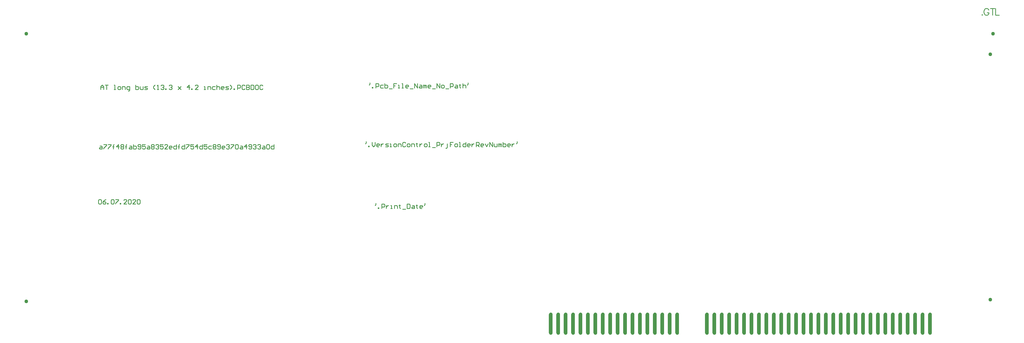
<source format=gtl>
G04*
G04 #@! TF.GenerationSoftware,Altium Limited,Altium Designer,20.1.13 (283)*
G04*
G04 Layer_Physical_Order=1*
G04 Layer_Color=255*
%FSLAX44Y44*%
%MOMM*%
G71*
G04*
G04 #@! TF.SameCoordinates,A686C484-1DBB-4858-9661-D75D2A5A7D09*
G04*
G04*
G04 #@! TF.FilePolarity,Positive*
G04*
G01*
G75*
%ADD10O,1.2700X7.6200*%
%ADD11C,0.2540*%
%ADD12C,0.2286*%
%ADD13C,1.2700*%
D10*
X3379470Y1485900D02*
D03*
X3404870D02*
D03*
X3430270D02*
D03*
X3455670D02*
D03*
X3506470D02*
D03*
X3531870D02*
D03*
X3557270D02*
D03*
X3582670D02*
D03*
X3608070D02*
D03*
X3633470D02*
D03*
X3658870D02*
D03*
X3684270D02*
D03*
X3709670D02*
D03*
X3735070D02*
D03*
X3760470D02*
D03*
X3785870D02*
D03*
X3811270D02*
D03*
X3836670D02*
D03*
X3862070D02*
D03*
X3887470D02*
D03*
X3912870D02*
D03*
X3938270D02*
D03*
X3963670D02*
D03*
X3989070D02*
D03*
X4014470D02*
D03*
X4039870D02*
D03*
X4065270D02*
D03*
X4090670D02*
D03*
X3481070D02*
D03*
X3277870D02*
D03*
X3252470D02*
D03*
X3227070D02*
D03*
X3201670D02*
D03*
X3176270D02*
D03*
X3150870D02*
D03*
X3125470D02*
D03*
X3100070D02*
D03*
X3074670D02*
D03*
X3049270D02*
D03*
X3023870D02*
D03*
X2998470D02*
D03*
X2973070D02*
D03*
X2947670D02*
D03*
X2922270D02*
D03*
X2896870D02*
D03*
X2871470D02*
D03*
X2846070D02*
D03*
X4141470D02*
D03*
X4116070D02*
D03*
D11*
X2247899Y1897373D02*
Y1892295D01*
X2245360Y1889756D01*
X2255517Y1879599D02*
Y1882138D01*
X2258056D01*
Y1879599D01*
X2255517D01*
X2268213D02*
Y1894834D01*
X2275830D01*
X2278369Y1892295D01*
Y1887217D01*
X2275830Y1884677D01*
X2268213D01*
X2283448Y1889756D02*
Y1879599D01*
Y1884677D01*
X2285987Y1887217D01*
X2288526Y1889756D01*
X2291065D01*
X2298683Y1879599D02*
X2303761D01*
X2301222D01*
Y1889756D01*
X2298683D01*
X2311379Y1879599D02*
Y1889756D01*
X2318996D01*
X2321535Y1887217D01*
Y1879599D01*
X2329153Y1892295D02*
Y1889756D01*
X2326614D01*
X2331692D01*
X2329153D01*
Y1882138D01*
X2331692Y1879599D01*
X2339310Y1877060D02*
X2349466D01*
X2354545Y1894834D02*
Y1879599D01*
X2362162D01*
X2364701Y1882138D01*
Y1892295D01*
X2362162Y1894834D01*
X2354545D01*
X2372319Y1889756D02*
X2377397D01*
X2379937Y1887217D01*
Y1879599D01*
X2372319D01*
X2369780Y1882138D01*
X2372319Y1884677D01*
X2379937D01*
X2387554Y1892295D02*
Y1889756D01*
X2385015D01*
X2390093D01*
X2387554D01*
Y1882138D01*
X2390093Y1879599D01*
X2405328D02*
X2400250D01*
X2397711Y1882138D01*
Y1887217D01*
X2400250Y1889756D01*
X2405328D01*
X2407867Y1887217D01*
Y1884677D01*
X2397711D01*
X2415485Y1897373D02*
Y1892295D01*
X2412946Y1889756D01*
X2214879Y2108193D02*
Y2103114D01*
X2212340Y2100575D01*
X2222497Y2090418D02*
Y2092957D01*
X2225036D01*
Y2090418D01*
X2222497D01*
X2235193Y2105653D02*
Y2095497D01*
X2240271Y2090418D01*
X2245349Y2095497D01*
Y2105653D01*
X2258045Y2090418D02*
X2252967D01*
X2250428Y2092957D01*
Y2098036D01*
X2252967Y2100575D01*
X2258045D01*
X2260584Y2098036D01*
Y2095497D01*
X2250428D01*
X2265663Y2100575D02*
Y2090418D01*
Y2095497D01*
X2268202Y2098036D01*
X2270741Y2100575D01*
X2273280D01*
X2280898Y2090418D02*
X2288515D01*
X2291055Y2092957D01*
X2288515Y2095497D01*
X2283437D01*
X2280898Y2098036D01*
X2283437Y2100575D01*
X2291055D01*
X2296133Y2090418D02*
X2301211D01*
X2298672D01*
Y2100575D01*
X2296133D01*
X2311368Y2090418D02*
X2316446D01*
X2318985Y2092957D01*
Y2098036D01*
X2316446Y2100575D01*
X2311368D01*
X2308829Y2098036D01*
Y2092957D01*
X2311368Y2090418D01*
X2324064D02*
Y2100575D01*
X2331681D01*
X2334221Y2098036D01*
Y2090418D01*
X2349456Y2103114D02*
X2346917Y2105653D01*
X2341838D01*
X2339299Y2103114D01*
Y2092957D01*
X2341838Y2090418D01*
X2346917D01*
X2349456Y2092957D01*
X2357073Y2090418D02*
X2362151D01*
X2364691Y2092957D01*
Y2098036D01*
X2362151Y2100575D01*
X2357073D01*
X2354534Y2098036D01*
Y2092957D01*
X2357073Y2090418D01*
X2369769D02*
Y2100575D01*
X2377387D01*
X2379926Y2098036D01*
Y2090418D01*
X2387543Y2103114D02*
Y2100575D01*
X2385004D01*
X2390083D01*
X2387543D01*
Y2092957D01*
X2390083Y2090418D01*
X2397700Y2100575D02*
Y2090418D01*
Y2095497D01*
X2400239Y2098036D01*
X2402778Y2100575D01*
X2405318D01*
X2415474Y2090418D02*
X2420553D01*
X2423092Y2092957D01*
Y2098036D01*
X2420553Y2100575D01*
X2415474D01*
X2412935Y2098036D01*
Y2092957D01*
X2415474Y2090418D01*
X2428170D02*
X2433248D01*
X2430709D01*
Y2105653D01*
X2428170D01*
X2440866Y2087879D02*
X2451023D01*
X2456101Y2090418D02*
Y2105653D01*
X2463719D01*
X2466258Y2103114D01*
Y2098036D01*
X2463719Y2095497D01*
X2456101D01*
X2471336Y2100575D02*
Y2090418D01*
Y2095497D01*
X2473875Y2098036D01*
X2476415Y2100575D01*
X2478954D01*
X2486571Y2085340D02*
X2489111D01*
X2491650Y2087879D01*
Y2100575D01*
X2511963Y2105653D02*
X2501806D01*
Y2098036D01*
X2506885D01*
X2501806D01*
Y2090418D01*
X2519581D02*
X2524659D01*
X2527198Y2092957D01*
Y2098036D01*
X2524659Y2100575D01*
X2519581D01*
X2517041Y2098036D01*
Y2092957D01*
X2519581Y2090418D01*
X2532276D02*
X2537355D01*
X2534816D01*
Y2105653D01*
X2532276D01*
X2555129D02*
Y2090418D01*
X2547512D01*
X2544972Y2092957D01*
Y2098036D01*
X2547512Y2100575D01*
X2555129D01*
X2567825Y2090418D02*
X2562747D01*
X2560208Y2092957D01*
Y2098036D01*
X2562747Y2100575D01*
X2567825D01*
X2570364Y2098036D01*
Y2095497D01*
X2560208D01*
X2575443Y2100575D02*
Y2090418D01*
Y2095497D01*
X2577982Y2098036D01*
X2580521Y2100575D01*
X2583060D01*
X2590677Y2090418D02*
Y2105653D01*
X2598295D01*
X2600834Y2103114D01*
Y2098036D01*
X2598295Y2095497D01*
X2590677D01*
X2595756D02*
X2600834Y2090418D01*
X2613530D02*
X2608452D01*
X2605913Y2092957D01*
Y2098036D01*
X2608452Y2100575D01*
X2613530D01*
X2616069Y2098036D01*
Y2095497D01*
X2605913D01*
X2621148Y2100575D02*
X2626226Y2090418D01*
X2631305Y2100575D01*
X2636383Y2090418D02*
Y2105653D01*
X2646540Y2090418D01*
Y2105653D01*
X2651618Y2100575D02*
Y2092957D01*
X2654157Y2090418D01*
X2661775D01*
Y2100575D01*
X2666853Y2090418D02*
Y2100575D01*
X2669392D01*
X2671931Y2098036D01*
Y2090418D01*
Y2098036D01*
X2674471Y2100575D01*
X2677010Y2098036D01*
Y2090418D01*
X2682088Y2105653D02*
Y2090418D01*
X2689706D01*
X2692245Y2092957D01*
Y2095497D01*
Y2098036D01*
X2689706Y2100575D01*
X2682088D01*
X2704940Y2090418D02*
X2699862D01*
X2697323Y2092957D01*
Y2098036D01*
X2699862Y2100575D01*
X2704940D01*
X2707480Y2098036D01*
Y2095497D01*
X2697323D01*
X2712558Y2100575D02*
Y2090418D01*
Y2095497D01*
X2715097Y2098036D01*
X2717636Y2100575D01*
X2720176D01*
X2730332Y2108193D02*
Y2103114D01*
X2727793Y2100575D01*
X2227579Y2308853D02*
Y2303775D01*
X2225040Y2301236D01*
X2235197Y2291079D02*
Y2293618D01*
X2237736D01*
Y2291079D01*
X2235197D01*
X2247893D02*
Y2306314D01*
X2255510D01*
X2258049Y2303775D01*
Y2298697D01*
X2255510Y2296158D01*
X2247893D01*
X2273284Y2301236D02*
X2265667D01*
X2263128Y2298697D01*
Y2293618D01*
X2265667Y2291079D01*
X2273284D01*
X2278363Y2306314D02*
Y2291079D01*
X2285980D01*
X2288519Y2293618D01*
Y2296158D01*
Y2298697D01*
X2285980Y2301236D01*
X2278363D01*
X2293598Y2288540D02*
X2303754D01*
X2318990Y2306314D02*
X2308833D01*
Y2298697D01*
X2313911D01*
X2308833D01*
Y2291079D01*
X2324068D02*
X2329146D01*
X2326607D01*
Y2301236D01*
X2324068D01*
X2336764Y2291079D02*
X2341842D01*
X2339303D01*
Y2306314D01*
X2336764D01*
X2357077Y2291079D02*
X2351999D01*
X2349460Y2293618D01*
Y2298697D01*
X2351999Y2301236D01*
X2357077D01*
X2359617Y2298697D01*
Y2296158D01*
X2349460D01*
X2364695Y2288540D02*
X2374852D01*
X2379930Y2291079D02*
Y2306314D01*
X2390087Y2291079D01*
Y2306314D01*
X2397704Y2301236D02*
X2402782D01*
X2405322Y2298697D01*
Y2291079D01*
X2397704D01*
X2395165Y2293618D01*
X2397704Y2296158D01*
X2405322D01*
X2410400Y2291079D02*
Y2301236D01*
X2412939D01*
X2415478Y2298697D01*
Y2291079D01*
Y2298697D01*
X2418018Y2301236D01*
X2420557Y2298697D01*
Y2291079D01*
X2433253D02*
X2428174D01*
X2425635Y2293618D01*
Y2298697D01*
X2428174Y2301236D01*
X2433253D01*
X2435792Y2298697D01*
Y2296158D01*
X2425635D01*
X2440870Y2288540D02*
X2451027D01*
X2456105Y2291079D02*
Y2306314D01*
X2466262Y2291079D01*
Y2306314D01*
X2473880Y2291079D02*
X2478958D01*
X2481497Y2293618D01*
Y2298697D01*
X2478958Y2301236D01*
X2473880D01*
X2471340Y2298697D01*
Y2293618D01*
X2473880Y2291079D01*
X2486575Y2288540D02*
X2496732D01*
X2501810Y2291079D02*
Y2306314D01*
X2509428D01*
X2511967Y2303775D01*
Y2298697D01*
X2509428Y2296158D01*
X2501810D01*
X2519585Y2301236D02*
X2524663D01*
X2527202Y2298697D01*
Y2291079D01*
X2519585D01*
X2517045Y2293618D01*
X2519585Y2296158D01*
X2527202D01*
X2534820Y2303775D02*
Y2301236D01*
X2532281D01*
X2537359D01*
X2534820D01*
Y2293618D01*
X2537359Y2291079D01*
X2544977Y2306314D02*
Y2291079D01*
Y2298697D01*
X2547516Y2301236D01*
X2552594D01*
X2555133Y2298697D01*
Y2291079D01*
X2562751Y2308853D02*
Y2303775D01*
X2560211Y2301236D01*
X1300480Y1907536D02*
X1303019Y1910075D01*
X1308098D01*
X1310637Y1907536D01*
Y1897379D01*
X1308098Y1894840D01*
X1303019D01*
X1300480Y1897379D01*
Y1907536D01*
X1325872Y1910075D02*
X1320793Y1907536D01*
X1315715Y1902457D01*
Y1897379D01*
X1318254Y1894840D01*
X1323333D01*
X1325872Y1897379D01*
Y1899918D01*
X1323333Y1902457D01*
X1315715D01*
X1330950Y1894840D02*
Y1897379D01*
X1333489D01*
Y1894840D01*
X1330950D01*
X1343646Y1907536D02*
X1346185Y1910075D01*
X1351264D01*
X1353803Y1907536D01*
Y1897379D01*
X1351264Y1894840D01*
X1346185D01*
X1343646Y1897379D01*
Y1907536D01*
X1358881Y1910075D02*
X1369038D01*
Y1907536D01*
X1358881Y1897379D01*
Y1894840D01*
X1374116D02*
Y1897379D01*
X1376655D01*
Y1894840D01*
X1374116D01*
X1396969D02*
X1386812D01*
X1396969Y1904997D01*
Y1907536D01*
X1394430Y1910075D01*
X1389351D01*
X1386812Y1907536D01*
X1402047D02*
X1404586Y1910075D01*
X1409665D01*
X1412204Y1907536D01*
Y1897379D01*
X1409665Y1894840D01*
X1404586D01*
X1402047Y1897379D01*
Y1907536D01*
X1427439Y1894840D02*
X1417282D01*
X1427439Y1904997D01*
Y1907536D01*
X1424900Y1910075D01*
X1419821D01*
X1417282Y1907536D01*
X1432517D02*
X1435056Y1910075D01*
X1440135D01*
X1442674Y1907536D01*
Y1897379D01*
X1440135Y1894840D01*
X1435056D01*
X1432517Y1897379D01*
Y1907536D01*
X1305559Y2092957D02*
X1310638D01*
X1313177Y2090417D01*
Y2082800D01*
X1305559D01*
X1303020Y2085339D01*
X1305559Y2087878D01*
X1313177D01*
X1318255Y2098035D02*
X1328412D01*
Y2095496D01*
X1318255Y2085339D01*
Y2082800D01*
X1333490Y2098035D02*
X1343647D01*
Y2095496D01*
X1333490Y2085339D01*
Y2082800D01*
X1351264D02*
Y2095496D01*
Y2090417D01*
X1348725D01*
X1353804D01*
X1351264D01*
Y2095496D01*
X1353804Y2098035D01*
X1369039Y2082800D02*
Y2098035D01*
X1361421Y2090417D01*
X1371578D01*
X1376656Y2095496D02*
X1379195Y2098035D01*
X1384274D01*
X1386813Y2095496D01*
Y2092957D01*
X1384274Y2090417D01*
X1386813Y2087878D01*
Y2085339D01*
X1384274Y2082800D01*
X1379195D01*
X1376656Y2085339D01*
Y2087878D01*
X1379195Y2090417D01*
X1376656Y2092957D01*
Y2095496D01*
X1379195Y2090417D02*
X1384274D01*
X1394430Y2082800D02*
Y2095496D01*
Y2090417D01*
X1391891D01*
X1396970D01*
X1394430D01*
Y2095496D01*
X1396970Y2098035D01*
X1407126Y2092957D02*
X1412205D01*
X1414744Y2090417D01*
Y2082800D01*
X1407126D01*
X1404587Y2085339D01*
X1407126Y2087878D01*
X1414744D01*
X1419822Y2098035D02*
Y2082800D01*
X1427440D01*
X1429979Y2085339D01*
Y2087878D01*
Y2090417D01*
X1427440Y2092957D01*
X1419822D01*
X1435057Y2085339D02*
X1437596Y2082800D01*
X1442675D01*
X1445214Y2085339D01*
Y2095496D01*
X1442675Y2098035D01*
X1437596D01*
X1435057Y2095496D01*
Y2092957D01*
X1437596Y2090417D01*
X1445214D01*
X1460449Y2098035D02*
X1450292D01*
Y2090417D01*
X1455371Y2092957D01*
X1457910D01*
X1460449Y2090417D01*
Y2085339D01*
X1457910Y2082800D01*
X1452832D01*
X1450292Y2085339D01*
X1468067Y2092957D02*
X1473145D01*
X1475684Y2090417D01*
Y2082800D01*
X1468067D01*
X1465527Y2085339D01*
X1468067Y2087878D01*
X1475684D01*
X1480762Y2095496D02*
X1483302Y2098035D01*
X1488380D01*
X1490919Y2095496D01*
Y2092957D01*
X1488380Y2090417D01*
X1490919Y2087878D01*
Y2085339D01*
X1488380Y2082800D01*
X1483302D01*
X1480762Y2085339D01*
Y2087878D01*
X1483302Y2090417D01*
X1480762Y2092957D01*
Y2095496D01*
X1483302Y2090417D02*
X1488380D01*
X1495998Y2095496D02*
X1498537Y2098035D01*
X1503615D01*
X1506154Y2095496D01*
Y2092957D01*
X1503615Y2090417D01*
X1501076D01*
X1503615D01*
X1506154Y2087878D01*
Y2085339D01*
X1503615Y2082800D01*
X1498537D01*
X1495998Y2085339D01*
X1521389Y2098035D02*
X1511233D01*
Y2090417D01*
X1516311Y2092957D01*
X1518850D01*
X1521389Y2090417D01*
Y2085339D01*
X1518850Y2082800D01*
X1513772D01*
X1511233Y2085339D01*
X1536624Y2082800D02*
X1526468D01*
X1536624Y2092957D01*
Y2095496D01*
X1534085Y2098035D01*
X1529007D01*
X1526468Y2095496D01*
X1549320Y2082800D02*
X1544242D01*
X1541703Y2085339D01*
Y2090417D01*
X1544242Y2092957D01*
X1549320D01*
X1551859Y2090417D01*
Y2087878D01*
X1541703D01*
X1567095Y2098035D02*
Y2082800D01*
X1559477D01*
X1556938Y2085339D01*
Y2090417D01*
X1559477Y2092957D01*
X1567095D01*
X1574712Y2082800D02*
Y2095496D01*
Y2090417D01*
X1572173D01*
X1577251D01*
X1574712D01*
Y2095496D01*
X1577251Y2098035D01*
X1595025D02*
Y2082800D01*
X1587408D01*
X1584869Y2085339D01*
Y2090417D01*
X1587408Y2092957D01*
X1595025D01*
X1600104Y2098035D02*
X1610261D01*
Y2095496D01*
X1600104Y2085339D01*
Y2082800D01*
X1625496Y2098035D02*
X1615339D01*
Y2090417D01*
X1620417Y2092957D01*
X1622957D01*
X1625496Y2090417D01*
Y2085339D01*
X1622957Y2082800D01*
X1617878D01*
X1615339Y2085339D01*
X1638192Y2082800D02*
Y2098035D01*
X1630574Y2090417D01*
X1640731D01*
X1655966Y2098035D02*
Y2082800D01*
X1648348D01*
X1645809Y2085339D01*
Y2090417D01*
X1648348Y2092957D01*
X1655966D01*
X1671201Y2098035D02*
X1661044D01*
Y2090417D01*
X1666122Y2092957D01*
X1668662D01*
X1671201Y2090417D01*
Y2085339D01*
X1668662Y2082800D01*
X1663583D01*
X1661044Y2085339D01*
X1686436Y2092957D02*
X1678818D01*
X1676279Y2090417D01*
Y2085339D01*
X1678818Y2082800D01*
X1686436D01*
X1691514Y2095496D02*
X1694053Y2098035D01*
X1699132D01*
X1701671Y2095496D01*
Y2092957D01*
X1699132Y2090417D01*
X1701671Y2087878D01*
Y2085339D01*
X1699132Y2082800D01*
X1694053D01*
X1691514Y2085339D01*
Y2087878D01*
X1694053Y2090417D01*
X1691514Y2092957D01*
Y2095496D01*
X1694053Y2090417D02*
X1699132D01*
X1706749Y2085339D02*
X1709289Y2082800D01*
X1714367D01*
X1716906Y2085339D01*
Y2095496D01*
X1714367Y2098035D01*
X1709289D01*
X1706749Y2095496D01*
Y2092957D01*
X1709289Y2090417D01*
X1716906D01*
X1729602Y2082800D02*
X1724524D01*
X1721985Y2085339D01*
Y2090417D01*
X1724524Y2092957D01*
X1729602D01*
X1732141Y2090417D01*
Y2087878D01*
X1721985D01*
X1737220Y2095496D02*
X1739759Y2098035D01*
X1744837D01*
X1747376Y2095496D01*
Y2092957D01*
X1744837Y2090417D01*
X1742298D01*
X1744837D01*
X1747376Y2087878D01*
Y2085339D01*
X1744837Y2082800D01*
X1739759D01*
X1737220Y2085339D01*
X1752455Y2098035D02*
X1762611D01*
Y2095496D01*
X1752455Y2085339D01*
Y2082800D01*
X1767690Y2095496D02*
X1770229Y2098035D01*
X1775307D01*
X1777846Y2095496D01*
Y2085339D01*
X1775307Y2082800D01*
X1770229D01*
X1767690Y2085339D01*
Y2095496D01*
X1785464Y2092957D02*
X1790542D01*
X1793082Y2090417D01*
Y2082800D01*
X1785464D01*
X1782925Y2085339D01*
X1785464Y2087878D01*
X1793082D01*
X1805777Y2082800D02*
Y2098035D01*
X1798160Y2090417D01*
X1808317D01*
X1813395Y2085339D02*
X1815934Y2082800D01*
X1821012D01*
X1823552Y2085339D01*
Y2095496D01*
X1821012Y2098035D01*
X1815934D01*
X1813395Y2095496D01*
Y2092957D01*
X1815934Y2090417D01*
X1823552D01*
X1828630Y2095496D02*
X1831169Y2098035D01*
X1836248D01*
X1838787Y2095496D01*
Y2092957D01*
X1836248Y2090417D01*
X1833708D01*
X1836248D01*
X1838787Y2087878D01*
Y2085339D01*
X1836248Y2082800D01*
X1831169D01*
X1828630Y2085339D01*
X1843865Y2095496D02*
X1846404Y2098035D01*
X1851483D01*
X1854022Y2095496D01*
Y2092957D01*
X1851483Y2090417D01*
X1848943D01*
X1851483D01*
X1854022Y2087878D01*
Y2085339D01*
X1851483Y2082800D01*
X1846404D01*
X1843865Y2085339D01*
X1861639Y2092957D02*
X1866718D01*
X1869257Y2090417D01*
Y2082800D01*
X1861639D01*
X1859100Y2085339D01*
X1861639Y2087878D01*
X1869257D01*
X1874335Y2095496D02*
X1876874Y2098035D01*
X1881953D01*
X1884492Y2095496D01*
Y2085339D01*
X1881953Y2082800D01*
X1876874D01*
X1874335Y2085339D01*
Y2095496D01*
X1899727Y2098035D02*
Y2082800D01*
X1892109D01*
X1889570Y2085339D01*
Y2090417D01*
X1892109Y2092957D01*
X1899727D01*
X1308100Y2285998D02*
Y2296155D01*
X1313178Y2301233D01*
X1318257Y2296155D01*
Y2285998D01*
Y2293616D01*
X1308100D01*
X1323335Y2301233D02*
X1333492D01*
X1328413D01*
Y2285998D01*
X1353805D02*
X1358884D01*
X1356344D01*
Y2301233D01*
X1353805D01*
X1369040Y2285998D02*
X1374119D01*
X1376658Y2288537D01*
Y2293616D01*
X1374119Y2296155D01*
X1369040D01*
X1366501Y2293616D01*
Y2288537D01*
X1369040Y2285998D01*
X1381736D02*
Y2296155D01*
X1389354D01*
X1391893Y2293616D01*
Y2285998D01*
X1402050Y2280920D02*
X1404589D01*
X1407128Y2283459D01*
Y2296155D01*
X1399510D01*
X1396971Y2293616D01*
Y2288537D01*
X1399510Y2285998D01*
X1407128D01*
X1427441Y2301233D02*
Y2285998D01*
X1435059D01*
X1437598Y2288537D01*
Y2291077D01*
Y2293616D01*
X1435059Y2296155D01*
X1427441D01*
X1442677D02*
Y2288537D01*
X1445216Y2285998D01*
X1452833D01*
Y2296155D01*
X1457912Y2285998D02*
X1465529D01*
X1468068Y2288537D01*
X1465529Y2291077D01*
X1460451D01*
X1457912Y2293616D01*
X1460451Y2296155D01*
X1468068D01*
X1493460Y2285998D02*
X1488382Y2291077D01*
Y2296155D01*
X1493460Y2301233D01*
X1501078Y2285998D02*
X1506156D01*
X1503617D01*
Y2301233D01*
X1501078Y2298694D01*
X1513773D02*
X1516313Y2301233D01*
X1521391D01*
X1523930Y2298694D01*
Y2296155D01*
X1521391Y2293616D01*
X1518852D01*
X1521391D01*
X1523930Y2291077D01*
Y2288537D01*
X1521391Y2285998D01*
X1516313D01*
X1513773Y2288537D01*
X1529008Y2285998D02*
Y2288537D01*
X1531548D01*
Y2285998D01*
X1529008D01*
X1541704Y2298694D02*
X1544244Y2301233D01*
X1549322D01*
X1551861Y2298694D01*
Y2296155D01*
X1549322Y2293616D01*
X1546783D01*
X1549322D01*
X1551861Y2291077D01*
Y2288537D01*
X1549322Y2285998D01*
X1544244D01*
X1541704Y2288537D01*
X1572175Y2296155D02*
X1582331Y2285998D01*
X1577253Y2291077D01*
X1582331Y2296155D01*
X1572175Y2285998D01*
X1610262D02*
Y2301233D01*
X1602645Y2293616D01*
X1612801D01*
X1617880Y2285998D02*
Y2288537D01*
X1620419D01*
Y2285998D01*
X1617880D01*
X1640732D02*
X1630576D01*
X1640732Y2296155D01*
Y2298694D01*
X1638193Y2301233D01*
X1633115D01*
X1630576Y2298694D01*
X1661046Y2285998D02*
X1666124D01*
X1663585D01*
Y2296155D01*
X1661046D01*
X1673742Y2285998D02*
Y2296155D01*
X1681359D01*
X1683898Y2293616D01*
Y2285998D01*
X1699133Y2296155D02*
X1691516D01*
X1688977Y2293616D01*
Y2288537D01*
X1691516Y2285998D01*
X1699133D01*
X1704212Y2301233D02*
Y2285998D01*
Y2293616D01*
X1706751Y2296155D01*
X1711829D01*
X1714369Y2293616D01*
Y2285998D01*
X1727064D02*
X1721986D01*
X1719447Y2288537D01*
Y2293616D01*
X1721986Y2296155D01*
X1727064D01*
X1729604Y2293616D01*
Y2291077D01*
X1719447D01*
X1734682Y2285998D02*
X1742299D01*
X1744839Y2288537D01*
X1742299Y2291077D01*
X1737221D01*
X1734682Y2293616D01*
X1737221Y2296155D01*
X1744839D01*
X1749917Y2285998D02*
X1754995Y2291077D01*
Y2296155D01*
X1749917Y2301233D01*
X1762613Y2285998D02*
Y2288537D01*
X1765152D01*
Y2285998D01*
X1762613D01*
X1775309D02*
Y2301233D01*
X1782926D01*
X1785466Y2298694D01*
Y2293616D01*
X1782926Y2291077D01*
X1775309D01*
X1800701Y2298694D02*
X1798161Y2301233D01*
X1793083D01*
X1790544Y2298694D01*
Y2288537D01*
X1793083Y2285998D01*
X1798161D01*
X1800701Y2288537D01*
X1805779Y2301233D02*
Y2285998D01*
X1813396D01*
X1815936Y2288537D01*
Y2291077D01*
X1813396Y2293616D01*
X1805779D01*
X1813396D01*
X1815936Y2296155D01*
Y2298694D01*
X1813396Y2301233D01*
X1805779D01*
X1821014D02*
Y2285998D01*
X1828632D01*
X1831171Y2288537D01*
Y2298694D01*
X1828632Y2301233D01*
X1821014D01*
X1843867D02*
X1838788D01*
X1836249Y2298694D01*
Y2288537D01*
X1838788Y2285998D01*
X1843867D01*
X1846406Y2288537D01*
Y2298694D01*
X1843867Y2301233D01*
X1861641Y2298694D02*
X1859102Y2301233D01*
X1854023D01*
X1851484Y2298694D01*
Y2288537D01*
X1854023Y2285998D01*
X1859102D01*
X1861641Y2288537D01*
D12*
X4319088Y2542177D02*
X4318000Y2541088D01*
X4319088Y2540000D01*
X4320177Y2541088D01*
X4319088Y2542177D01*
X4341508Y2557413D02*
X4340420Y2559590D01*
X4338243Y2561767D01*
X4336066Y2562855D01*
X4331713D01*
X4329536Y2561767D01*
X4327360Y2559590D01*
X4326271Y2557413D01*
X4325183Y2554148D01*
Y2548707D01*
X4326271Y2545442D01*
X4327360Y2543265D01*
X4329536Y2541088D01*
X4331713Y2540000D01*
X4336066D01*
X4338243Y2541088D01*
X4340420Y2543265D01*
X4341508Y2545442D01*
Y2548707D01*
X4336066D02*
X4341508D01*
X4354351Y2562855D02*
Y2540000D01*
X4346732Y2562855D02*
X4361969D01*
X4364690D02*
Y2540000D01*
X4377750D01*
D13*
X4347210Y1568450D02*
D03*
Y2406650D02*
D03*
X4356100Y2476500D02*
D03*
X1054100D02*
D03*
Y1562100D02*
D03*
M02*

</source>
